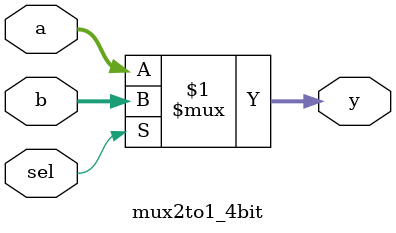
<source format=v>
module mux2to1_4bit (a, b, sel, y);
    input [3:0] a, b;
    input sel;
    output [3:0] y;

    assign y = sel ? b : a;
endmodule

</source>
